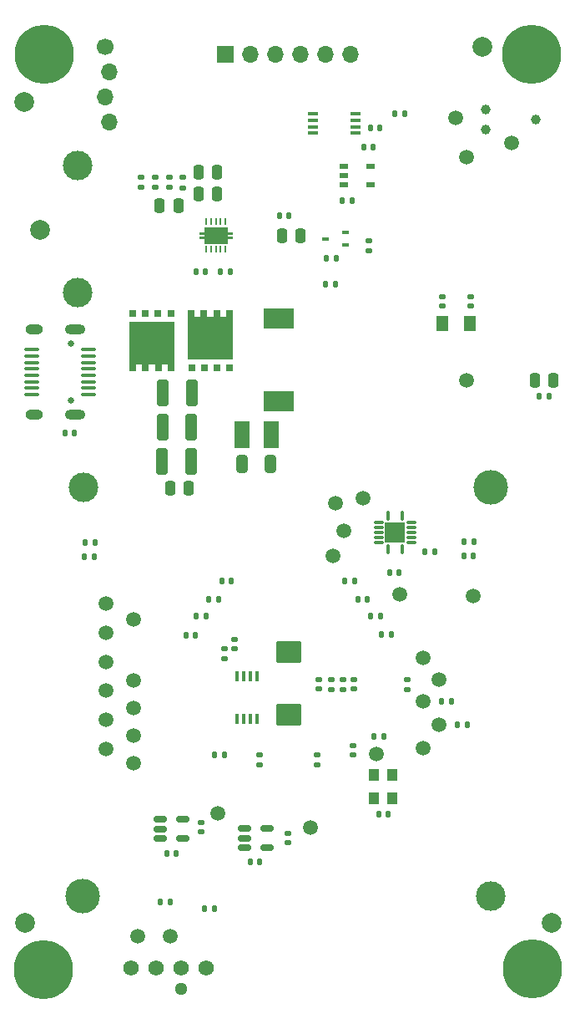
<source format=gbr>
%TF.GenerationSoftware,KiCad,Pcbnew,7.0.10*%
%TF.CreationDate,2024-02-17T13:35:58-05:00*%
%TF.ProjectId,bitaxeSupra,62697461-7865-4537-9570-72612e6b6963,rev?*%
%TF.SameCoordinates,Original*%
%TF.FileFunction,Soldermask,Top*%
%TF.FilePolarity,Negative*%
%FSLAX46Y46*%
G04 Gerber Fmt 4.6, Leading zero omitted, Abs format (unit mm)*
G04 Created by KiCad (PCBNEW 7.0.10) date 2024-02-17 13:35:58*
%MOMM*%
%LPD*%
G01*
G04 APERTURE LIST*
G04 Aperture macros list*
%AMRoundRect*
0 Rectangle with rounded corners*
0 $1 Rounding radius*
0 $2 $3 $4 $5 $6 $7 $8 $9 X,Y pos of 4 corners*
0 Add a 4 corners polygon primitive as box body*
4,1,4,$2,$3,$4,$5,$6,$7,$8,$9,$2,$3,0*
0 Add four circle primitives for the rounded corners*
1,1,$1+$1,$2,$3*
1,1,$1+$1,$4,$5*
1,1,$1+$1,$6,$7*
1,1,$1+$1,$8,$9*
0 Add four rect primitives between the rounded corners*
20,1,$1+$1,$2,$3,$4,$5,0*
20,1,$1+$1,$4,$5,$6,$7,0*
20,1,$1+$1,$6,$7,$8,$9,0*
20,1,$1+$1,$8,$9,$2,$3,0*%
%AMFreePoly0*
4,1,35,0.005000,-4.560000,0.003536,-4.563536,0.000000,-4.565000,-5.000000,-4.565000,-5.003536,-4.563536,-5.005000,-4.560000,-5.005000,-3.898000,-5.003536,-3.894464,-5.000000,-3.893000,-4.325000,-3.893000,-4.325000,-3.269700,-5.000000,-3.269700,-5.003536,-3.268236,-5.005000,-3.264700,-5.005000,-2.599700,-5.003536,-2.596164,-5.000000,-2.594700,-4.325000,-2.594700,-4.325000,-1.971400,-5.000000,-1.971400,
-5.003536,-1.969936,-5.005000,-1.966400,-5.005000,-1.301400,-5.003536,-1.297864,-5.000000,-1.296400,-4.325000,-1.296400,-4.325000,-0.673100,-5.000000,-0.673100,-5.003536,-0.671636,-5.005000,-0.668100,-5.005000,0.000000,-5.003536,0.003536,-5.000000,0.005000,0.005000,0.005000,0.005000,-4.560000,0.005000,-4.560000,$1*%
%AMFreePoly1*
4,1,45,-0.124646,1.700354,-0.124500,1.700000,-0.124500,1.200500,0.124500,1.200500,0.124500,1.700000,0.124646,1.700354,0.125000,1.700500,0.375000,1.700500,0.375354,1.700354,0.375500,1.700000,0.375500,1.200500,0.825000,1.200500,0.825354,1.200354,0.825500,1.200000,0.825500,-1.200000,0.825354,-1.200354,0.825000,-1.200500,0.375500,-1.200500,0.375500,-1.700000,0.375354,-1.700354,
0.375000,-1.700500,0.125000,-1.700500,0.124646,-1.700354,0.124500,-1.700000,0.124500,-1.200500,-0.124500,-1.200500,-0.124500,-1.700000,-0.124646,-1.700354,-0.125000,-1.700500,-0.375000,-1.700500,-0.375354,-1.700354,-0.375500,-1.700000,-0.375500,-1.200500,-0.825000,-1.200500,-0.825354,-1.200354,-0.825500,-1.200000,-0.825500,1.200000,-0.825354,1.200354,-0.825000,1.200500,-0.375500,1.200500,
-0.375500,1.700000,-0.375354,1.700354,-0.375000,1.700500,-0.125000,1.700500,-0.124646,1.700354,-0.124646,1.700354,$1*%
G04 Aperture macros list end*
%ADD10RoundRect,0.250000X0.250000X0.475000X-0.250000X0.475000X-0.250000X-0.475000X0.250000X-0.475000X0*%
%ADD11RoundRect,0.100000X-0.637500X-0.100000X0.637500X-0.100000X0.637500X0.100000X-0.637500X0.100000X0*%
%ADD12C,1.500000*%
%ADD13C,2.000000*%
%ADD14RoundRect,0.135000X-0.185000X0.135000X-0.185000X-0.135000X0.185000X-0.135000X0.185000X0.135000X0*%
%ADD15RoundRect,0.140000X0.140000X0.170000X-0.140000X0.170000X-0.140000X-0.170000X0.140000X-0.170000X0*%
%ADD16R,0.700000X0.450000*%
%ADD17RoundRect,0.140000X-0.170000X0.140000X-0.170000X-0.140000X0.170000X-0.140000X0.170000X0.140000X0*%
%ADD18C,3.000000*%
%ADD19RoundRect,0.135000X0.135000X0.185000X-0.135000X0.185000X-0.135000X-0.185000X0.135000X-0.185000X0*%
%ADD20RoundRect,0.250000X-0.250000X-0.475000X0.250000X-0.475000X0.250000X0.475000X-0.250000X0.475000X0*%
%ADD21RoundRect,0.150000X-0.512500X-0.150000X0.512500X-0.150000X0.512500X0.150000X-0.512500X0.150000X0*%
%ADD22R,1.168400X1.600200*%
%ADD23RoundRect,0.140000X0.170000X-0.140000X0.170000X0.140000X-0.170000X0.140000X-0.170000X-0.140000X0*%
%ADD24RoundRect,0.140000X-0.140000X-0.170000X0.140000X-0.170000X0.140000X0.170000X-0.140000X0.170000X0*%
%ADD25R,1.100000X1.300000*%
%ADD26C,0.800000*%
%ADD27C,6.000000*%
%ADD28RoundRect,0.250000X-1.025000X0.875000X-1.025000X-0.875000X1.025000X-0.875000X1.025000X0.875000X0*%
%ADD29R,3.100000X2.000000*%
%ADD30RoundRect,0.135000X0.185000X-0.135000X0.185000X0.135000X-0.185000X0.135000X-0.185000X-0.135000X0*%
%ADD31R,0.400000X1.100000*%
%ADD32RoundRect,0.135000X-0.135000X-0.185000X0.135000X-0.185000X0.135000X0.185000X-0.135000X0.185000X0*%
%ADD33R,1.100000X0.400000*%
%ADD34R,1.700000X1.700000*%
%ADD35O,1.700000X1.700000*%
%ADD36C,3.500000*%
%ADD37R,0.700000X0.800000*%
%ADD38FreePoly0,270.000000*%
%ADD39RoundRect,0.007800X-0.122200X0.442200X-0.122200X-0.442200X0.122200X-0.442200X0.122200X0.442200X0*%
%ADD40RoundRect,0.007800X-0.442200X-0.122200X0.442200X-0.122200X0.442200X0.122200X-0.442200X0.122200X0*%
%ADD41R,2.050000X2.050000*%
%ADD42RoundRect,0.050000X-0.070000X0.250000X-0.070000X-0.250000X0.070000X-0.250000X0.070000X0.250000X0*%
%ADD43C,0.400000*%
%ADD44FreePoly1,270.000000*%
%ADD45R,1.600000X2.700000*%
%ADD46FreePoly0,90.000000*%
%ADD47RoundRect,0.250000X-0.325000X-1.100000X0.325000X-1.100000X0.325000X1.100000X-0.325000X1.100000X0*%
%ADD48RoundRect,0.250000X0.325000X0.650000X-0.325000X0.650000X-0.325000X-0.650000X0.325000X-0.650000X0*%
%ADD49R,0.952500X0.558800*%
%ADD50C,1.295400*%
%ADD51C,1.574800*%
%ADD52C,1.700000*%
%ADD53C,0.650000*%
%ADD54O,1.800000X1.000000*%
%ADD55O,2.100000X1.000000*%
%ADD56C,0.990600*%
G04 APERTURE END LIST*
D10*
%TO.C,C43*%
X106814000Y-69487000D03*
X104914000Y-69487000D03*
%TD*%
D11*
%TO.C,U8*%
X79540000Y-80990000D03*
X79540000Y-81640000D03*
X79540000Y-82290000D03*
X79540000Y-82940000D03*
X79540000Y-83590000D03*
X79540000Y-84240000D03*
X79540000Y-84890000D03*
X79540000Y-85540000D03*
X85265000Y-85540000D03*
X85265000Y-84890000D03*
X85265000Y-84240000D03*
X85265000Y-83590000D03*
X85265000Y-82940000D03*
X85265000Y-82290000D03*
X85265000Y-81640000D03*
X85265000Y-80990000D03*
%TD*%
D12*
%TO.C,TP13*%
X98453000Y-127966000D03*
%TD*%
D13*
%TO.C,FID2*%
X125270000Y-50310000D03*
%TD*%
%TO.C,FID4*%
X132260000Y-139060000D03*
%TD*%
D14*
%TO.C,R13*%
X90649600Y-63569000D03*
X90649600Y-64589000D03*
%TD*%
D13*
%TO.C,FID3*%
X78850000Y-139070000D03*
%TD*%
D15*
%TO.C,C12*%
X99760000Y-104470000D03*
X98800000Y-104470000D03*
%TD*%
D12*
%TO.C,TP3*%
X119260000Y-121350000D03*
%TD*%
%TO.C,TP2*%
X120820000Y-119010000D03*
%TD*%
D16*
%TO.C,Q4*%
X111370000Y-70430000D03*
X111370000Y-69130000D03*
X109370000Y-69780000D03*
%TD*%
D15*
%TO.C,C14*%
X99072000Y-122018000D03*
X98112000Y-122018000D03*
%TD*%
D10*
%TO.C,C41*%
X98355400Y-63005800D03*
X96455400Y-63005800D03*
%TD*%
D12*
%TO.C,TP19*%
X123610000Y-84120000D03*
%TD*%
D17*
%TO.C,C11*%
X111130400Y-114456400D03*
X111130400Y-115416400D03*
%TD*%
D14*
%TO.C,R8*%
X113770000Y-69930000D03*
X113770000Y-70950000D03*
%TD*%
D15*
%TO.C,C17*%
X97190000Y-108010000D03*
X96230000Y-108010000D03*
%TD*%
D18*
%TO.C,H6*%
X84764000Y-94984000D03*
%TD*%
D17*
%TO.C,C10*%
X108692000Y-114431000D03*
X108692000Y-115391000D03*
%TD*%
D19*
%TO.C,R5*%
X85930000Y-100530000D03*
X84910000Y-100530000D03*
%TD*%
D20*
%TO.C,C38*%
X93550000Y-95040000D03*
X95450000Y-95040000D03*
%TD*%
D21*
%TO.C,U6*%
X101162500Y-129520000D03*
X101162500Y-130470000D03*
X101162500Y-131420000D03*
X103437500Y-131420000D03*
X103437500Y-129520000D03*
%TD*%
D20*
%TO.C,C45*%
X92522000Y-66420000D03*
X94422000Y-66420000D03*
%TD*%
D22*
%TO.C,Y1*%
X124017400Y-78349000D03*
X121172600Y-78349000D03*
%TD*%
D12*
%TO.C,TP11*%
X113150000Y-96080000D03*
%TD*%
%TO.C,TP16*%
X93610000Y-140380000D03*
%TD*%
%TO.C,TP15*%
X90300000Y-140410000D03*
%TD*%
%TO.C,TP1*%
X87080000Y-118492000D03*
%TD*%
D20*
%TO.C,C51*%
X130580000Y-84090000D03*
X132480000Y-84090000D03*
%TD*%
D12*
%TO.C,TP40*%
X87080000Y-109678000D03*
%TD*%
%TO.C,TP23*%
X122556000Y-57528000D03*
%TD*%
%TO.C,TP35*%
X111205000Y-99380000D03*
%TD*%
D18*
%TO.C,H5*%
X126130000Y-136350000D03*
%TD*%
D23*
%TO.C,C16*%
X102626000Y-123028000D03*
X102626000Y-122068000D03*
%TD*%
%TO.C,C5*%
X112140000Y-122030000D03*
X112140000Y-121070000D03*
%TD*%
D24*
%TO.C,C52*%
X131050000Y-85700000D03*
X132010000Y-85700000D03*
%TD*%
D25*
%TO.C,U1*%
X116120000Y-126400000D03*
X116120000Y-124100000D03*
X114220000Y-124100000D03*
X114220000Y-126400000D03*
%TD*%
D24*
%TO.C,C23*%
X101710000Y-132840000D03*
X102670000Y-132840000D03*
%TD*%
D26*
%TO.C,H7*%
X127985010Y-51120990D03*
X128644020Y-49530000D03*
X128644020Y-52711980D03*
X130235010Y-48870990D03*
D27*
X130235010Y-51120990D03*
D26*
X130235010Y-53370990D03*
X131826000Y-49530000D03*
X131826000Y-52711980D03*
X132485010Y-51120990D03*
%TD*%
D23*
%TO.C,C30*%
X124043000Y-76576000D03*
X124043000Y-75616000D03*
%TD*%
D15*
%TO.C,C1*%
X115710000Y-128040000D03*
X114750000Y-128040000D03*
%TD*%
D13*
%TO.C,FID1*%
X78750000Y-55900000D03*
%TD*%
D14*
%TO.C,R10*%
X94828800Y-63573600D03*
X94828800Y-64593600D03*
%TD*%
D12*
%TO.C,TP5*%
X110340000Y-96570000D03*
%TD*%
%TO.C,TP41*%
X89890000Y-108360000D03*
%TD*%
D19*
%TO.C,R17*%
X123720000Y-118980000D03*
X122700000Y-118980000D03*
%TD*%
D12*
%TO.C,TP17*%
X124360000Y-105950000D03*
%TD*%
D28*
%TO.C,C13*%
X105580000Y-111590000D03*
X105580000Y-117990000D03*
%TD*%
D12*
%TO.C,TP9*%
X119280000Y-112180000D03*
%TD*%
D29*
%TO.C,L1*%
X104570000Y-77870000D03*
X104570000Y-86190000D03*
%TD*%
D12*
%TO.C,TP7*%
X114480000Y-121940000D03*
%TD*%
D30*
%TO.C,R9*%
X99098400Y-112302200D03*
X99098400Y-111282200D03*
%TD*%
D15*
%TO.C,C21*%
X124350000Y-101890000D03*
X123390000Y-101890000D03*
%TD*%
D30*
%TO.C,R15*%
X93465000Y-64589000D03*
X93465000Y-63569000D03*
%TD*%
D31*
%TO.C,U7*%
X102351800Y-114107200D03*
X101701800Y-114107200D03*
X101051800Y-114107200D03*
X100401800Y-114107200D03*
X100401800Y-118407200D03*
X101051800Y-118407200D03*
X101701800Y-118407200D03*
X102351800Y-118407200D03*
%TD*%
D32*
%TO.C,R16*%
X116330000Y-57110000D03*
X117350000Y-57110000D03*
%TD*%
D12*
%TO.C,TP38*%
X87080000Y-112616000D03*
%TD*%
D21*
%TO.C,U5*%
X92595500Y-128588000D03*
X92595500Y-129538000D03*
X92595500Y-130488000D03*
X94870500Y-130488000D03*
X94870500Y-128588000D03*
%TD*%
D26*
%TO.C,H9*%
X128052000Y-143728000D03*
X128711010Y-142137010D03*
X128711010Y-145318990D03*
X130302000Y-141478000D03*
D27*
X130302000Y-143728000D03*
D26*
X130302000Y-145978000D03*
X131892990Y-142137010D03*
X131892990Y-145318990D03*
X132552000Y-143728000D03*
%TD*%
D18*
%TO.C,TP12*%
X84180000Y-75200000D03*
%TD*%
D17*
%TO.C,C9*%
X109962000Y-114460000D03*
X109962000Y-115420000D03*
%TD*%
D15*
%TO.C,C49*%
X114200000Y-60500000D03*
X113240000Y-60500000D03*
%TD*%
D12*
%TO.C,TP18*%
X128200000Y-60060000D03*
%TD*%
D10*
%TO.C,C40*%
X98333000Y-65268000D03*
X96433000Y-65268000D03*
%TD*%
D33*
%TO.C,U10*%
X112380000Y-59065000D03*
X112380000Y-58415000D03*
X112380000Y-57765000D03*
X112380000Y-57115000D03*
X108080000Y-57115000D03*
X108080000Y-57765000D03*
X108080000Y-58415000D03*
X108080000Y-59065000D03*
%TD*%
D30*
%TO.C,R6*%
X117660000Y-115430000D03*
X117660000Y-114410000D03*
%TD*%
D24*
%TO.C,C39*%
X104650000Y-67450000D03*
X105610000Y-67450000D03*
%TD*%
D34*
%TO.C,J6*%
X99171505Y-51054000D03*
D35*
X101711505Y-51054000D03*
X104251505Y-51054000D03*
X106791505Y-51054000D03*
X109331505Y-51054000D03*
X111871505Y-51054000D03*
%TD*%
D12*
%TO.C,TP8*%
X120820000Y-114390000D03*
%TD*%
%TO.C,TP46*%
X89890000Y-122890000D03*
%TD*%
D26*
%TO.C,H10*%
X78455010Y-143830990D03*
X79114020Y-142240000D03*
X79114020Y-145421980D03*
X80705010Y-141580990D03*
D27*
X80705010Y-143830990D03*
D26*
X80705010Y-146080990D03*
X82296000Y-142240000D03*
X82296000Y-145421980D03*
X82955010Y-143830990D03*
%TD*%
D19*
%TO.C,R18*%
X115270000Y-120160000D03*
X114250000Y-120160000D03*
%TD*%
D23*
%TO.C,C31*%
X121159000Y-76585000D03*
X121159000Y-75625000D03*
%TD*%
D18*
%TO.C,TP20*%
X84150000Y-62350000D03*
%TD*%
D24*
%TO.C,C35*%
X82890000Y-89480000D03*
X83850000Y-89480000D03*
%TD*%
D23*
%TO.C,C33*%
X100139800Y-111281600D03*
X100139800Y-110321600D03*
%TD*%
D14*
%TO.C,R14*%
X92057300Y-63569000D03*
X92057300Y-64589000D03*
%TD*%
D36*
%TO.C,H2*%
X84710000Y-136360000D03*
%TD*%
D24*
%TO.C,C20*%
X119425000Y-101505000D03*
X120385000Y-101505000D03*
%TD*%
D15*
%TO.C,C18*%
X96119000Y-109911000D03*
X95159000Y-109911000D03*
%TD*%
%TO.C,C2*%
X116000000Y-109854000D03*
X115040000Y-109854000D03*
%TD*%
D37*
%TO.C,Q2*%
X95751600Y-82862700D03*
X97049900Y-82862700D03*
X98313300Y-82862700D03*
X99611600Y-82862700D03*
D38*
X99961600Y-81957700D03*
%TD*%
D39*
%TO.C,U2*%
X115652000Y-97810000D03*
D40*
X114717000Y-98495000D03*
X114717000Y-98995000D03*
X114717000Y-99495000D03*
X114717000Y-99995000D03*
X114717000Y-100495000D03*
D39*
X115652000Y-101180000D03*
X117152000Y-101180000D03*
D40*
X118087000Y-100495000D03*
X118087000Y-99995000D03*
X118087000Y-99495000D03*
X118087000Y-98995000D03*
X118087000Y-98495000D03*
D39*
X117152000Y-97810000D03*
D41*
X116402000Y-99495000D03*
%TD*%
D32*
%TO.C,R2*%
X92560000Y-136980000D03*
X93580000Y-136980000D03*
%TD*%
D15*
%TO.C,C6*%
X113600000Y-106260000D03*
X112640000Y-106260000D03*
%TD*%
D24*
%TO.C,C44*%
X113880000Y-58540000D03*
X114840000Y-58540000D03*
%TD*%
D42*
%TO.C,U9*%
X99201691Y-68022200D03*
X98701691Y-68022200D03*
X98201691Y-68022200D03*
X97701691Y-68022200D03*
X97201691Y-68022200D03*
X97201691Y-70822200D03*
X97701691Y-70822200D03*
X98201691Y-70822200D03*
X98701691Y-70822200D03*
X99201691Y-70822200D03*
D43*
X98201691Y-68847200D03*
X99151691Y-69422200D03*
D44*
X98201691Y-69422200D03*
D43*
X97251691Y-69422200D03*
X98201691Y-69997200D03*
%TD*%
D12*
%TO.C,TP34*%
X110055000Y-101930000D03*
%TD*%
D24*
%TO.C,C22*%
X93233000Y-132048000D03*
X94193000Y-132048000D03*
%TD*%
D23*
%TO.C,C4*%
X108465000Y-123028000D03*
X108465000Y-122068000D03*
%TD*%
D26*
%TO.C,H8*%
X78558000Y-51054000D03*
X79217010Y-49463010D03*
X79217010Y-52644990D03*
X80808000Y-48804000D03*
D27*
X80808000Y-51054000D03*
D26*
X80808000Y-53304000D03*
X82398990Y-49463010D03*
X82398990Y-52644990D03*
X83058000Y-51054000D03*
%TD*%
D17*
%TO.C,C7*%
X112248000Y-114405600D03*
X112248000Y-115365600D03*
%TD*%
D19*
%TO.C,R11*%
X122120000Y-116640000D03*
X121100000Y-116640000D03*
%TD*%
D45*
%TO.C,C46*%
X103851600Y-89640200D03*
X100851600Y-89640200D03*
%TD*%
D37*
%TO.C,Q1*%
X93649887Y-77313864D03*
X92351587Y-77313864D03*
X91088187Y-77313864D03*
X89789887Y-77313864D03*
D46*
X89439887Y-78218864D03*
%TD*%
D15*
%TO.C,C8*%
X112270000Y-104470000D03*
X111310000Y-104470000D03*
%TD*%
D24*
%TO.C,C42*%
X96189800Y-73128000D03*
X97149800Y-73128000D03*
%TD*%
D47*
%TO.C,C34*%
X92806600Y-85410000D03*
X95756600Y-85410000D03*
%TD*%
D12*
%TO.C,TP14*%
X107810000Y-129430000D03*
%TD*%
D36*
%TO.C,H1*%
X126060000Y-94910000D03*
%TD*%
D32*
%TO.C,R12*%
X98650200Y-73123400D03*
X99670200Y-73123400D03*
%TD*%
D12*
%TO.C,TP10*%
X119280000Y-116660000D03*
%TD*%
D19*
%TO.C,R4*%
X110465000Y-71760000D03*
X109445000Y-71760000D03*
%TD*%
D12*
%TO.C,TP44*%
X89890000Y-114520000D03*
%TD*%
D32*
%TO.C,R7*%
X109340000Y-74410000D03*
X110360000Y-74410000D03*
%TD*%
D12*
%TO.C,TP36*%
X116850000Y-105780000D03*
%TD*%
D15*
%TO.C,C3*%
X114900000Y-108020000D03*
X113940000Y-108020000D03*
%TD*%
D12*
%TO.C,TP42*%
X87080000Y-106740000D03*
%TD*%
D32*
%TO.C,R1*%
X123350000Y-100460000D03*
X124370000Y-100460000D03*
%TD*%
D15*
%TO.C,C29*%
X98040000Y-137640000D03*
X97080000Y-137640000D03*
%TD*%
%TO.C,C19*%
X116816000Y-103595000D03*
X115856000Y-103595000D03*
%TD*%
D19*
%TO.C,R3*%
X85920000Y-102000000D03*
X84900000Y-102000000D03*
%TD*%
D24*
%TO.C,C27*%
X111051000Y-65931000D03*
X112011000Y-65931000D03*
%TD*%
D12*
%TO.C,TP43*%
X87080000Y-115554000D03*
%TD*%
%TO.C,TP22*%
X123640000Y-61510000D03*
%TD*%
%TO.C,TP4*%
X87080000Y-121430000D03*
%TD*%
%TO.C,TP45*%
X89890000Y-117310000D03*
%TD*%
D48*
%TO.C,C47*%
X103786600Y-92610200D03*
X100836600Y-92610200D03*
%TD*%
D17*
%TO.C,C24*%
X96743000Y-128868000D03*
X96743000Y-129828000D03*
%TD*%
D12*
%TO.C,TP6*%
X89890000Y-120100000D03*
%TD*%
D47*
%TO.C,C36*%
X92785000Y-88870000D03*
X95735000Y-88870000D03*
%TD*%
D15*
%TO.C,C15*%
X98470000Y-106270000D03*
X97510000Y-106270000D03*
%TD*%
D49*
%TO.C,U11*%
X111185050Y-62440200D03*
X111185050Y-63380000D03*
X111185050Y-64319800D03*
X113940950Y-64319800D03*
X113940950Y-62440200D03*
%TD*%
D47*
%TO.C,C37*%
X92745000Y-92320000D03*
X95695000Y-92320000D03*
%TD*%
D17*
%TO.C,C25*%
X105520000Y-129990000D03*
X105520000Y-130950000D03*
%TD*%
D50*
%TO.C,J4*%
X94701000Y-145782001D03*
D51*
X89621000Y-143622000D03*
X92161000Y-143622000D03*
X94701000Y-143622000D03*
X97241000Y-143622000D03*
%TD*%
D52*
%TO.C,J9*%
X87005000Y-50292000D03*
D35*
X87405000Y-52832000D03*
X87005000Y-55372000D03*
X87405000Y-57912000D03*
%TD*%
D53*
%TO.C,J8*%
X83470000Y-86150000D03*
X83470000Y-80370000D03*
D54*
X79790000Y-87580000D03*
D55*
X83970000Y-87580000D03*
D54*
X79790000Y-78940000D03*
D55*
X83970000Y-78940000D03*
%TD*%
D56*
%TO.C,J5*%
X130670000Y-57730000D03*
X125590000Y-58746000D03*
X125590000Y-56714000D03*
%TD*%
D13*
%TO.C,J1*%
X80376000Y-68834000D03*
%TD*%
M02*

</source>
